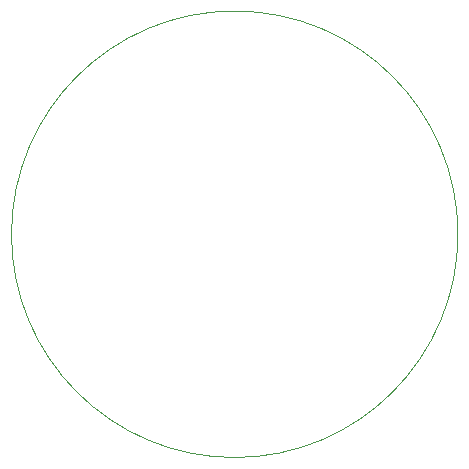
<source format=gbr>
G04 #@! TF.GenerationSoftware,KiCad,Pcbnew,(5.1.6)-1*
G04 #@! TF.CreationDate,2020-10-21T14:23:11+02:00*
G04 #@! TF.ProjectId,Stimmungslicht,5374696d-6d75-46e6-9773-6c696368742e,rev?*
G04 #@! TF.SameCoordinates,Original*
G04 #@! TF.FileFunction,Profile,NP*
%FSLAX46Y46*%
G04 Gerber Fmt 4.6, Leading zero omitted, Abs format (unit mm)*
G04 Created by KiCad (PCBNEW (5.1.6)-1) date 2020-10-21 14:23:11*
%MOMM*%
%LPD*%
G01*
G04 APERTURE LIST*
G04 #@! TA.AperFunction,Profile*
%ADD10C,0.050000*%
G04 #@! TD*
G04 APERTURE END LIST*
D10*
X163122778Y-116304918D02*
G75*
G03*
X163122778Y-116304918I-18901578J0D01*
G01*
M02*

</source>
